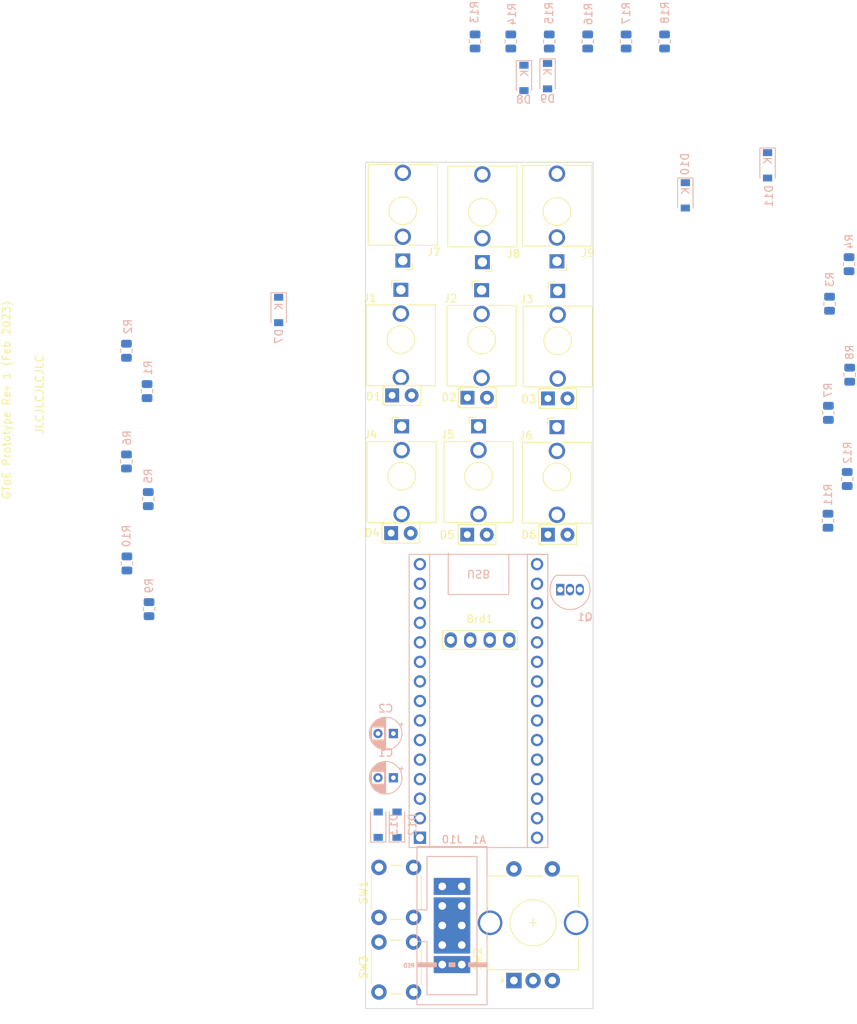
<source format=kicad_pcb>
(kicad_pcb (version 20211014) (generator pcbnew)

  (general
    (thickness 1.6)
  )

  (paper "A4")
  (layers
    (0 "F.Cu" signal)
    (31 "B.Cu" signal)
    (32 "B.Adhes" user "B.Adhesive")
    (33 "F.Adhes" user "F.Adhesive")
    (34 "B.Paste" user)
    (35 "F.Paste" user)
    (36 "B.SilkS" user "B.Silkscreen")
    (37 "F.SilkS" user "F.Silkscreen")
    (38 "B.Mask" user)
    (39 "F.Mask" user)
    (40 "Dwgs.User" user "User.Drawings")
    (41 "Cmts.User" user "User.Comments")
    (42 "Eco1.User" user "User.Eco1")
    (43 "Eco2.User" user "User.Eco2")
    (44 "Edge.Cuts" user)
    (45 "Margin" user)
    (46 "B.CrtYd" user "B.Courtyard")
    (47 "F.CrtYd" user "F.Courtyard")
    (48 "B.Fab" user)
    (49 "F.Fab" user)
    (50 "User.1" user)
    (51 "User.2" user)
    (52 "User.3" user)
    (53 "User.4" user)
    (54 "User.5" user)
    (55 "User.6" user)
    (56 "User.7" user)
    (57 "User.8" user)
    (58 "User.9" user)
  )

  (setup
    (stackup
      (layer "F.SilkS" (type "Top Silk Screen"))
      (layer "F.Paste" (type "Top Solder Paste"))
      (layer "F.Mask" (type "Top Solder Mask") (thickness 0.01))
      (layer "F.Cu" (type "copper") (thickness 0.035))
      (layer "dielectric 1" (type "core") (thickness 1.51) (material "FR4") (epsilon_r 4.5) (loss_tangent 0.02))
      (layer "B.Cu" (type "copper") (thickness 0.035))
      (layer "B.Mask" (type "Bottom Solder Mask") (thickness 0.01))
      (layer "B.Paste" (type "Bottom Solder Paste"))
      (layer "B.SilkS" (type "Bottom Silk Screen"))
      (copper_finish "None")
      (dielectric_constraints no)
    )
    (pad_to_mask_clearance 0)
    (aux_axis_origin 100 40)
    (pcbplotparams
      (layerselection 0x00010f0_ffffffff)
      (disableapertmacros false)
      (usegerberextensions false)
      (usegerberattributes true)
      (usegerberadvancedattributes true)
      (creategerberjobfile true)
      (svguseinch false)
      (svgprecision 6)
      (excludeedgelayer true)
      (plotframeref false)
      (viasonmask false)
      (mode 1)
      (useauxorigin false)
      (hpglpennumber 1)
      (hpglpenspeed 20)
      (hpglpendiameter 15.000000)
      (dxfpolygonmode true)
      (dxfimperialunits true)
      (dxfusepcbnewfont true)
      (psnegative false)
      (psa4output false)
      (plotreference true)
      (plotvalue true)
      (plotinvisibletext false)
      (sketchpadsonfab false)
      (subtractmaskfromsilk false)
      (outputformat 1)
      (mirror false)
      (drillshape 0)
      (scaleselection 1)
      (outputdirectory "Gerbers/")
    )
  )

  (net 0 "")
  (net 1 "Serial Out")
  (net 2 "Serial In")
  (net 3 "unconnected-(A1-Pad3)")
  (net 4 "GND")
  (net 5 "DIGITAL INPUT")
  (net 6 "ENC_D2")
  (net 7 "ENC_D1")
  (net 8 "Channel 1")
  (net 9 "Channel 2")
  (net 10 "Channel 3")
  (net 11 "Channel 4")
  (net 12 "Channel 5")
  (net 13 "Channel 6")
  (net 14 "START STOP BTN")
  (net 15 "SHIFT BTN")
  (net 16 "24ppqn OUT")
  (net 17 "unconnected-(A1-Pad17)")
  (net 18 "unconnected-(A1-Pad18)")
  (net 19 "unconnected-(A1-Pad25)")
  (net 20 "A1 INPUT")
  (net 21 "A2 INPUT")
  (net 22 "ENC_BTN")
  (net 23 "I2C SDA")
  (net 24 "I2C SCL")
  (net 25 "+5V")
  (net 26 "unconnected-(A1-Pad28)")
  (net 27 "+12V")
  (net 28 "Net-(D1-Pad2)")
  (net 29 "Net-(D2-Pad2)")
  (net 30 "Net-(D3-Pad2)")
  (net 31 "Net-(D4-Pad2)")
  (net 32 "Net-(D5-Pad2)")
  (net 33 "Net-(D6-Pad2)")
  (net 34 "Net-(D7-Pad1)")
  (net 35 "Net-(J1-PadT)")
  (net 36 "unconnected-(J1-PadTN)")
  (net 37 "Net-(J2-PadT)")
  (net 38 "unconnected-(J2-PadTN)")
  (net 39 "Net-(J3-PadT)")
  (net 40 "unconnected-(J3-PadTN)")
  (net 41 "Net-(J4-PadT)")
  (net 42 "unconnected-(J4-PadTN)")
  (net 43 "Net-(J5-PadT)")
  (net 44 "unconnected-(J5-PadTN)")
  (net 45 "Net-(J6-PadT)")
  (net 46 "unconnected-(J6-PadTN)")
  (net 47 "Net-(J7-PadT)")
  (net 48 "unconnected-(J7-PadTN)")
  (net 49 "Net-(J8-PadT)")
  (net 50 "unconnected-(J8-PadTN)")
  (net 51 "Net-(J9-PadT)")
  (net 52 "unconnected-(J9-PadTN)")
  (net 53 "unconnected-(A1-Pad26)")
  (net 54 "-12V")
  (net 55 "Net-(J10-Pad1)")
  (net 56 "unconnected-(A1-Pad6)")
  (net 57 "Net-(J10-Pad9)")

  (footprint "gtoe:thonkiconn" (layer "F.Cu") (at 124.9 46.4 180))

  (footprint "gtoe:button" (layer "F.Cu") (at 104 144.6 90))

  (footprint "gtoe:FlatTopLed" (layer "F.Cu") (at 114.5 88.4))

  (footprint "gtoe:thonkiconn" (layer "F.Cu") (at 115.1 63.1))

  (footprint "gtoe:thonkiconn" (layer "F.Cu") (at 114.7 80.8))

  (footprint "gtoe:thonkiconn" (layer "F.Cu") (at 115.2 46.5 180))

  (footprint "gtoe:FlatTopLed" (layer "F.Cu") (at 104.6 88.2))

  (footprint "gtoe:FlatTopLed" (layer "F.Cu") (at 125 70.7))

  (footprint "gtoe:thonkiconn" (layer "F.Cu") (at 125 63.2))

  (footprint "gtoe:FlatTopLed" (layer "F.Cu") (at 114.53 70.6))

  (footprint "gtoe:SwitchEncoder" (layer "F.Cu") (at 121.8 138.85 90))

  (footprint "gtoe:thonkiconn" (layer "F.Cu") (at 124.9 80.9))

  (footprint "gtoe:I2C SSD1306" (layer "F.Cu") (at 114.9 112.7))

  (footprint "gtoe:thonkiconn" (layer "F.Cu") (at 104.6 63.05))

  (footprint "gtoe:FlatTopLed" (layer "F.Cu") (at 125 88.4))

  (footprint "gtoe:FlatTopLed" (layer "F.Cu") (at 104.73 70.3))

  (footprint "gtoe:thonkiconn" (layer "F.Cu") (at 104.7 80.8))

  (footprint "gtoe:thonkiconn" (layer "F.Cu") (at 104.85 46.3 180))

  (footprint "gtoe:button" (layer "F.Cu") (at 104 134.9 90))

  (footprint "Diode_SMD:D_SOD-123" (layer "B.Cu") (at 101.65 126.1 90))

  (footprint "Resistor_SMD:R_0805_2012Metric" (layer "B.Cu") (at 118.9 24.3 -90))

  (footprint "Resistor_SMD:R_0805_2012Metric" (layer "B.Cu") (at 123.9 24.3 90))

  (footprint "Capacitor_THT:CP_Radial_D4.0mm_P2.00mm" (layer "B.Cu") (at 103.6226 120 180))

  (footprint "Diode_SMD:D_SOD-123" (layer "B.Cu") (at 104.1 126.1 90))

  (footprint "Resistor_SMD:R_0805_2012Metric" (layer "B.Cu") (at 128.9 24.3 -90))

  (footprint "Resistor_SMD:R_0805_2012Metric" (layer "B.Cu") (at 133.9 24.3 90))

  (footprint "Diode_SMD:D_SOD-123" (layer "B.Cu") (at 152.3 40.4 -90))

  (footprint "Resistor_SMD:R_0805_2012Metric" (layer "B.Cu") (at 68.9 78.89 90))

  (footprint "Diode_SMD:D_SOD-123" (layer "B.Cu") (at 123.68 28.81 -90))

  (footprint "Resistor_SMD:R_0805_2012Metric" (layer "B.Cu") (at 71.74 83.78 -90))

  (footprint "Resistor_SMD:R_0805_2012Metric" (layer "B.Cu") (at 138.9 24.3 -90))

  (footprint "gtoe:Arduino_Nano (adjusted courtyard)" (layer "B.Cu") (at 114.7 112.6))

  (footprint "Resistor_SMD:R_0805_2012Metric" (layer "B.Cu") (at 160.16 86.59 -90))

  (footprint "Resistor_SMD:R_0805_2012Metric" (layer "B.Cu") (at 71.84 98.08 -90))

  (footprint "Resistor_SMD:R_0805_2012Metric" (layer "B.Cu") (at 162.9 53.25 90))

  (footprint "Resistor_SMD:R_0805_2012Metric" (layer "B.Cu") (at 162.66 81.17 90))

  (footprint "Resistor_SMD:R_0805_2012Metric" (layer "B.Cu") (at 160.36 58.39 -90))

  (footprint "Diode_SMD:D_SOD-123" (layer "B.Cu") (at 141.6 44.3 -90))

  (footprint "Resistor_SMD:R_0805_2012Metric" (layer "B.Cu") (at 68.96 92.1425 90))

  (footprint "Resistor_SMD:R_0805_2012Metric" (layer "B.Cu") (at 114.25 24.3 -90))

  (footprint "Resistor_SMD:R_0805_2012Metric" (layer "B.Cu") (at 68.9 64.5 90))

  (footprint "Capacitor_THT:CP_Radial_D4.0mm_P2.00mm" (layer "B.Cu")
    (tedit 5AE50EF0) (tstamp 92d2b063-112e-4f9c-9bb4-b431b473765a)
    (at 103.6226 114.25 180)
    (descr "CP, Radial series, Radial, pin pitch=2.00mm, , diameter=4mm, Electrolytic Capacitor")
    (tags "CP Radial series Radial pin pitch 2.00mm  diameter 4mm Electrolytic Capacitor")
    (property "Sheetfile" "gtoe.kicad_sch")
    (property "Sheetname" "")
    (path "/87c70d75-b506-468f-8e8e-9bbc54fba500")
    (attr through_hole)
    (fp_text reference "C2" (at 1 3.25) (layer "B.SilkS")
      (effects (font (size 1 1) (thickness 0.15)) (justify mirror))
      (tstamp dc54d08b-e603-4f3e-b50b-783645b2664c)
    )
    (fp_text value "10uF" (at 1 -3.25) (layer "B.Fab")
      (effects (font (size 1 1) (thickness 0.15)) (justify mirror))
      (tstamp e1ac3c69-be49-4a9c-9389-7c357cf25214)
    )
    (fp_text user "${REFERENCE}" (at 1 0) (layer "B.Fab")
      (effects (font (size 0.8 0.8) (thickness 0.12)) (justify mirror))
      (tstamp db2c95dc-a7ee-4f40-8dfd-74d9caf2e1af)
    )
    (fp_line (start 1.841 1.907) (end 1.841 0.84) (layer "B.SilkS") (width 0.12) (tstamp 001241f2-19e4-4175-a4fb-6c9fbc166f7e))
    (fp_line (start 1.721 1.954) (end 1.721 0.84) (layer "B.SilkS") (width 0.12) (tstamp 0965e432-ff66-41c9-b521-40e33cfa3e7c))
    (fp_line (start 2.521 -0.84) (end 2.521 -1.438) (layer "B.SilkS") (width 0.12) (tstamp 0a3b4109-42d6-4af2-bc6d-fca35363395f))
    (fp_line (start 1.2 2.071) (end 1.2 0.84) (layer "B.SilkS") (width 0.12) (tstamp 0af6b790-08b6-490f-b1d8-c7c5381217f4))
    (fp_line (start 1.841 -0.84) (end 1.841 -1.907) (layer "B.SilkS") (width 0.12) (tstamp 0e1204b9-6991-4231-8620-de0b9c29d9cd))
    (fp_line (start 2.161 -0.84) (end 2.161 -1.735) (layer "B.SilkS") (width 0.12) (tstamp 0fdfe7d9-2fe1-42e4-a5b9-034ba5ff7d47))
    (fp_line (start 1.4 2.042) (end 1.4 0.84) (layer "B.SilkS") (width 0.12) (tstamp 11bfd39d-2884-4c8c-84d6-684ed73f9168))
    (fp_line (start 1.68 -0.84) (end 1.68 -1.968) (layer "B.SilkS") (width 0.12) (tstamp 13397254-d61a-4147-87fb-c6828248d5ba))
    (fp_line (start 1.6 1.994) (end 1.6 0.84) (layer "B.SilkS") (width 0.12) (tstamp 16b27dac-9cc6-4d22-a269-c9760c193f15))
    (fp_line (start 2.241 1.68) (end 2.241 0.84) (layer "B.SilkS") (width 0.12) (tstamp 17cd7caa-5458-43ab-8335-846c939e1ba5))
    (fp_line (start 1.12 2.077) (end 1.12 -2.077) (layer "B.SilkS") (width 0.12) (tstamp 18dfd2fb-092c-4412-96c9-be93ae0aef15))
    (fp_line (start 1.04 2.08) (end 1.04 -2.08) (layer "B.SilkS") (width 0.12) (tstamp 18ee8269-d8c5-47da-bf49-377e33b08149))
    (fp_line (start 2.441 -0.84) (end 2.441 -1.516) (layer "B.SilkS") (width 0.12) (tstamp 19178823-95c7-434d-8879-824b04683058))
    (fp_line (start 1.36 -0.84) (end 1.36 -2.05) (layer "B.SilkS") (width 0.12) (tstamp 1ffe666d-fff3-4ed1-9f09-5cd80a608ffc))
    (fp_line (start 2.321 -0.84) (end 2.321 -1.619) (layer "B.SilkS") (width 0.12) (tstamp 202fe87f-af58-4146-b9bd-6cb4f077cdf3))
    (fp_line (start -1.069801 1.395) (end -1.069801 0.995) (layer "B.SilkS") (width 0.12) (tstamp 24863ca5-ae97-473f-b04c-fcb4630284cd))
    (fp_line (start 1.881 -0.84) (end 1.881 -1.889) (layer "B.SilkS") (width 0.12) (tstamp 267603b6-60c8-4ece-ad02-c8fad8490639))
    (fp_line (start 2.601 1.351) (end 2.601 0.84) (layer "B.SilkS") (width 0.12) (tstamp 2989862e-5f79-4aa9-8693-da59ee952045))
    (fp_line (start 1.44 2.034) (end 1.44 0.84) (layer "B.SilkS") (width 0.12) (tstamp 2c0791ea-51cf-488c-a444-893f214693a2))
    (fp_line (start 2.041 1.808) (end 2.041 0.84) (layer "B.SilkS") (width 0.12) (tstamp 322af50b-cf4b-4fd5-9870-8446bd760035))
    (fp_line (start 2.281 -0.84) (end 2.281 -1.65) (layer "B.SilkS") (width 0.12) (tstamp 33fa8e12-cb97-4d5b-9fff-25722016799e))
    (fp_line (start 2.801 1.08) (end 2.801 0.84) (layer "B.SilkS") (width 0.12) (tstamp 3506a90c-fe32-4bb0-a792-96fd1b319551))
    (fp_line (start 2.041 -0.84) (end 2.041 -1.808) (layer "B.SilkS") (width 0.12) (tstamp 38911cb9-a508-4476-aaf2-83ee2e910ac5))
    (fp_line (start 2.641 -0.84) (end 2.641 -1.304) (layer "B.SilkS") (width 0.12) (tstamp 3b70e20f-0db8-4aec-8275-28eeb05a7854))
    (fp_line (start 1.28 2.062) (end 1.28 0.84) (layer "B.SilkS") (width 0.12) (tstamp 4124bec1-8807-4ca3-a72c-6e15b569bd95))
    (fp_line (start 1.64 -0.84) (end 1.64 -1.982) (layer "B.SilkS") (width 0.12) (tstamp 41357696-82dc-402a-9a04-7052d38a36d5))
    (fp_line (start 2.081 1.785) (end 2.081 0.84) (layer "B.SilkS") (width 0.12) (tstamp 48bceacb-bc04-4eb9-a63c-6f896186b75a))
    (fp_line (start 2.401 -0.84) (end 2.401 -1.552) (layer "B.SilkS") (width 0.12) (tstamp 51a7610a-6aba-4f31-8bfa-cbfa7c925c6c))
    (fp_line (start 2.361 1.587) (end 2.361 0.84) (layer "B.SilkS") (width 0.12) (tstamp 524f8ec4-3cbf-4c2b-b96c-5022da9167bc))
    (fp_line (start 1.24 2.067) (end 1.24 0.84) (layer "B.SilkS") (width 0.12) (tstamp 53b2b101-e409-4637-92cc-e2f24b8b1aad))
    (fp_line (start 2.001 1.83) (end 2.001 0.84) (layer "B.SilkS") (width 0.12) (tstamp 5488e5c2-37dc-49bc-9432-71cedb2851c3))
    (fp_line (start 2.281 1.65) (end 2.281 0.84) (layer "B.SilkS") (width 0.12) (tstamp 55a85213-df35-4d43-bf81-94e47cef6dad))
    (fp_line (start 1.64 1.982) (end 1.64 0.84) (layer "B.SilkS") (width 0.12) (tstamp 56cd711d-35db-463d-9254-2f67aa5f5634))
    (fp_line (start 1.52 2.016) (end 1.52 0.84) (layer "B.SilkS") (width 0.12) (tstamp 59eddaef-938c-463e-8eb6-28623d37009d))
    (fp_line (start 1.801 1.924) (end 1.801 0.84) (layer "B.SilkS") (width 0.12) (tstamp 5e2f85b3-e82a-4c96-87c7-077a55a77524))
    (fp_line (start 2.601 -0.84) (end 2.601 -1.351) (layer "B.SilkS") (width 0.12) (tstamp 65b677fb-0466-4c17-8cea-4f3a7161fed6))
    (fp_line (start 2.361 -0.84) (end 2.361 -1.587) (layer "B.SilkS") (width 0.12) (tstamp 6b735b9b-d839-4c00-b02b-461b9c764900))
    (fp_line (start 2.201 1.708) (end 2.201 0.84) (layer "B.SilkS") (width 0.12) (tstamp 6d4f4b62-0f4f-49e6-8199-530dd2cf422b))
    (fp_line (start 1.16 2.074) (end 1.16 -2.074) (layer "B.SilkS") (width 0.12) (tstamp 70b7e1dd-a15c-435b-8b7d-3e0394479d97))
    (fp_line (start 1.52 -0.84) (end 1.52 -2.016) (layer "B.SilkS") (width 0.12) (tstamp 749e0dd7-90be-49e7-aef6-587f8df10ae2))
    (fp_line (start 2.161 1.735) (end 2.161 0.84) (layer "B.SilkS") (width 0.12) (tstamp 75c27bec-9845-424c-864c-41a9e06315f7))
    (fp_line (start -1.269801 1.195) (end -0.869801 1.195) (layer "B.SilkS") (width 0.12) (tstamp 770d736c-e4b8-475e-9dab-3532d21bc3c1))
    (fp_line (start 1.961 -0.84) (end 1.961 -1.851) (layer "B.SilkS") (width 0.12) (tstamp 79eed3b0-1016-469e-92fc-36403f019412))
    (fp_line (start 2.081 -0.84) (end 2.081 -1.785) (layer "B.SilkS") (width 0.12) (tstamp 7d8467b7-ed81-4020-a293-5735adc9949d))
    (fp_line (start 1.08 2.079) (end 1.08 -2.079) (layer "B.SilkS") (width 0.12) (tstamp 841ceacc-1360-4256-9ffa-23b7f4bd6cfd))
    (fp_line (start 1.28 -0.84) (end 1.28 -2.062) (layer "B.SilkS") (width 0.12) (tstamp 84a15330-c851-4bd8-9c5c-c3f8ab6d3f8b))
    (fp_line (start 1.921 -0.84) (end 1.921 -1.87) (layer "B.SilkS") (width 0.12) (tstamp 85a786dc-0fe9-4604-ba15-61169d59bfb5))
    (fp_line (start 1 2.08) (end 1 -2.08) (layer "B.SilkS") (width 0.12) (tstamp 8ae8a1e0-d1d8-4e31-af04-cdd9955532ad))
    (fp_line (start 2.761 1.142) (end 2.761 0.84) (layer "B.SilkS") (width 0.12) (tstamp 8d3a9c83-1ef7-4c98-b29c-352348b05738))
    (fp_line (start 1.761 1.94) (end 1.761 0.84) (layer "B.SilkS") (width 0.12) (tstamp 929f5f6c-fa50-4c6d-a731-644d01a68557))
    (fp_line (start 1.56 2.005) (end 1.56 0.84) (layer "B.SilkS") (width 0.12) (tstamp 967447dc-ca38-48ec-b140-73ae65ce259f))
    (fp_line (start 1.32 2.056) (end 1.32 0.84) (layer "B.SilkS") (width 0.12) (tstamp 9b6014ad-d50b-4aa3-a3fd-d5e6701eadd1))
    (fp_line (start 2.881 0.94) (end 2.881 -0.94) (layer "B.SilkS") (width 0.12) (tstamp a615802e-b608-43da-bbaa-861d67ace848))
    (fp_line (start 3.001 0.664) (end 3.001 -0.664) (layer "B.SilkS") (width 0.12) (tstamp a77bfce8-1a66-4e30-835a-ac2aaddb60f6))
    (fp_line (start 2.681 1.254) (end 2.681 0.84) (layer "B.SilkS") (width 0.12) (tstamp a91b1a97-714b-49ec-927a-27803935939f))
    (fp_line (start 2.561 -0.84) (end 2.561 -1.396) (layer "B.SilkS") (width 0.12) (tstamp aaac1eb4-1500-43b4-b109-d1c54f80dd43))
    (fp_line (start 2.121 -0.84) (end 2.121 -1.76) (layer "B.SilkS") (width 0.12) (tstamp acbe4d82-5d24-4e4d-920a-a71a79240acc))
    (fp_line (start 3.081 0.37) (end 3.081 -0.37) (layer "B.SilkS") (width 0.12) (tstamp b09fd8eb-cd6e-43a2-b6af-eaa72389921c))
    (fp_line (start 1.24 -0.84) (end 1.24 -2.067) (layer "B.SilkS") (width 0.12) (tstamp b21b6b27-8ccd-43a7-ba4b-890f26d3a641))
    (fp_line (start 2.721 -0.84) (end 2.721 -1.2) (layer "B.SilkS") (width 0.12) (tstamp b2309f55-1046-44c1-acd9-dcbe16a908f7))
    (fp_line (start 2.121 1.76) (end 2.121 0.84) (layer "B.SilkS") (width 0.12) (tstamp b7e6456f-a9e7-483f-bd0e-d434a767438d))
    (fp_line (start 2.401 1.552) (end 2.401 0.84) (layer "B.SilkS") (width 0.12) (tstamp b8929ea6-0476-47a2-9703-028dfca7bdd9))
    (fp_line (start 1.36 2.05) (end 1.36 0.84) (layer "B.SilkS") (width 0.12) (tstamp be2b3f18-e5b4-4342-9b17-a3361243cd6a))
    (fp_line (start 1.961 1.851) (end 1.961 0.84) (layer "B.SilkS") (width 0.12) (tstamp c00f2668-c425-48a2-8d89-dd965a6befc3))
    (fp_line (start 1.921 1.87) (end 1.921 0.84) (layer "B.SilkS") (width 0.12) (tstamp c0e33d38-844c-4457-9d54-596c9397ced3))
    (fp_line (start 3.041 0.537) (end 3.041 -0.537) (layer "B.SilkS") (width 0.12) (tstamp c14b1729-fd44-4c9a-a6e2-549442606dd3))
    (fp_line (start 2.481 -0.84) (end 2.481 -1.478) (layer "B.SilkS") (width 0.12) (tstamp ceb2b95b-b5e4-4169-9504-3b74caaf9949))
    (fp_line (start 2.241 -0.84) (end 2.241 -1.68) (layer "B.SilkS") (width 0.12) (tstamp cfb5a0a7-2e01-4297-adbe-a80fa6b9125c))
    (fp_line (start 2.801 -0.84) (end 2.801 -1.08) (layer "B.SilkS") (width 0.12) (tstamp d20d42a5-9b50-4264-b708-c92abbbce8f3))
    (fp_line (start 2.561 1.396) (end 2.561 0.84) (layer "B.SilkS") (width 0.12) (tstamp d5ac7e7d-4d24-4d9b-a2e3-e6856f1c5765))
    (fp_line (start 1.48 2.025) (end 1.48 0.84) (layer "B.SilkS") (width 0.12) (tstamp d73ff42e-8398-40e6-bbea-4f8fed1ea825))
    (fp_line (start 1.4 -0.84) (end 1.4 -2.042) (layer "B.SilkS") (width 0.12) (tstamp d794f6a5-ea35-480e-8476-9dedba8ecba4))
    (fp_line (start 1.801 -0.84) (end 1.801
... [32828 chars truncated]
</source>
